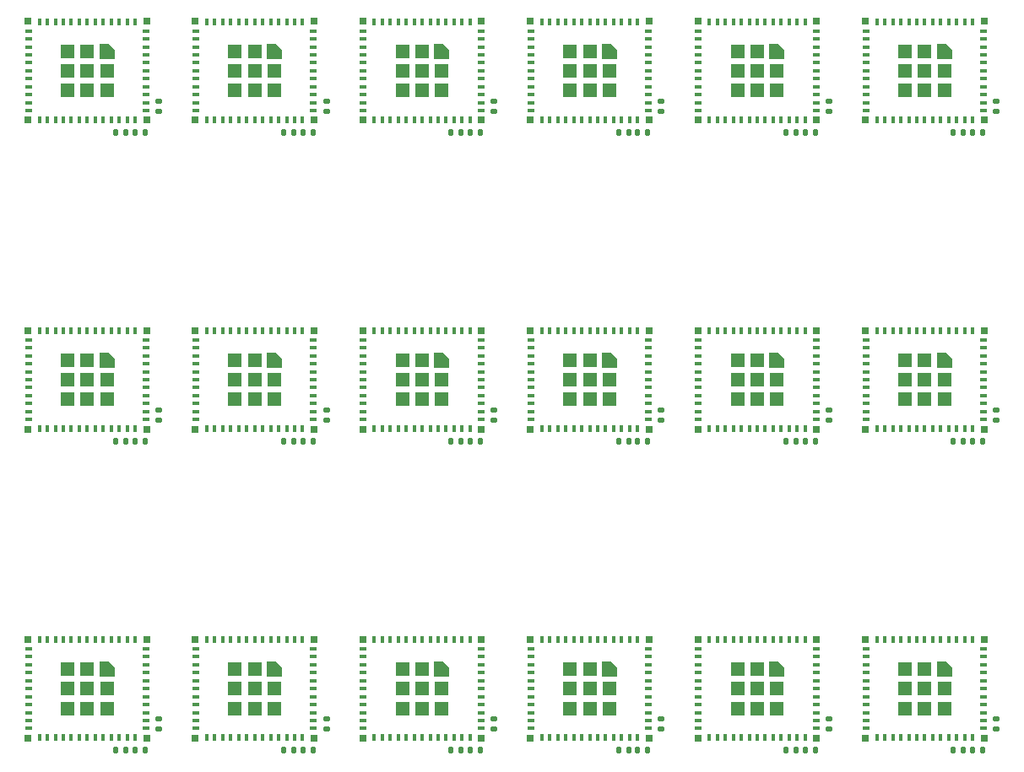
<source format=gbp>
G04 #@! TF.GenerationSoftware,KiCad,Pcbnew,6.0.11-2627ca5db0~126~ubuntu22.04.1*
G04 #@! TF.CreationDate,2023-04-06T22:24:34+02:00*
G04 #@! TF.ProjectId,panel,70616e65-6c2e-46b6-9963-61645f706362,rev?*
G04 #@! TF.SameCoordinates,Original*
G04 #@! TF.FileFunction,Paste,Bot*
G04 #@! TF.FilePolarity,Positive*
%FSLAX46Y46*%
G04 Gerber Fmt 4.6, Leading zero omitted, Abs format (unit mm)*
G04 Created by KiCad (PCBNEW 6.0.11-2627ca5db0~126~ubuntu22.04.1) date 2023-04-06 22:24:34*
%MOMM*%
%LPD*%
G01*
G04 APERTURE LIST*
G04 Aperture macros list*
%AMRoundRect*
0 Rectangle with rounded corners*
0 $1 Rounding radius*
0 $2 $3 $4 $5 $6 $7 $8 $9 X,Y pos of 4 corners*
0 Add a 4 corners polygon primitive as box body*
4,1,4,$2,$3,$4,$5,$6,$7,$8,$9,$2,$3,0*
0 Add four circle primitives for the rounded corners*
1,1,$1+$1,$2,$3*
1,1,$1+$1,$4,$5*
1,1,$1+$1,$6,$7*
1,1,$1+$1,$8,$9*
0 Add four rect primitives between the rounded corners*
20,1,$1+$1,$2,$3,$4,$5,0*
20,1,$1+$1,$4,$5,$6,$7,0*
20,1,$1+$1,$6,$7,$8,$9,0*
20,1,$1+$1,$8,$9,$2,$3,0*%
%AMOutline5P*
0 Free polygon, 5 corners , with rotation*
0 The origin of the aperture is its center*
0 number of corners: always 5*
0 $1 to $10 corner X, Y*
0 $11 Rotation angle, in degrees counterclockwise*
0 create outline with 5 corners*
4,1,5,$1,$2,$3,$4,$5,$6,$7,$8,$9,$10,$1,$2,$11*%
%AMOutline6P*
0 Free polygon, 6 corners , with rotation*
0 The origin of the aperture is its center*
0 number of corners: always 6*
0 $1 to $12 corner X, Y*
0 $13 Rotation angle, in degrees counterclockwise*
0 create outline with 6 corners*
4,1,6,$1,$2,$3,$4,$5,$6,$7,$8,$9,$10,$11,$12,$1,$2,$13*%
%AMOutline7P*
0 Free polygon, 7 corners , with rotation*
0 The origin of the aperture is its center*
0 number of corners: always 7*
0 $1 to $14 corner X, Y*
0 $15 Rotation angle, in degrees counterclockwise*
0 create outline with 7 corners*
4,1,7,$1,$2,$3,$4,$5,$6,$7,$8,$9,$10,$11,$12,$13,$14,$1,$2,$15*%
%AMOutline8P*
0 Free polygon, 8 corners , with rotation*
0 The origin of the aperture is its center*
0 number of corners: always 8*
0 $1 to $16 corner X, Y*
0 $17 Rotation angle, in degrees counterclockwise*
0 create outline with 8 corners*
4,1,8,$1,$2,$3,$4,$5,$6,$7,$8,$9,$10,$11,$12,$13,$14,$15,$16,$1,$2,$17*%
G04 Aperture macros list end*
%ADD10RoundRect,0.135000X-0.135000X-0.185000X0.135000X-0.185000X0.135000X0.185000X-0.135000X0.185000X0*%
%ADD11R,0.800000X0.400000*%
%ADD12R,0.400000X0.800000*%
%ADD13R,1.450000X1.450000*%
%ADD14Outline5P,-0.725000X0.725000X0.725000X0.725000X0.725000X-0.725000X-0.125004X-0.725000X-0.725000X-0.125004X180.000000*%
%ADD15R,0.700000X0.700000*%
%ADD16RoundRect,0.135000X0.135000X0.185000X-0.135000X0.185000X-0.135000X-0.185000X0.135000X-0.185000X0*%
%ADD17RoundRect,0.135000X0.185000X-0.135000X0.185000X0.135000X-0.185000X0.135000X-0.185000X-0.135000X0*%
G04 APERTURE END LIST*
D10*
G04 #@! TO.C,R9*
X77980000Y-52340000D03*
X79000000Y-52340000D03*
G04 #@! TD*
G04 #@! TO.C,R9*
X94780000Y-52340000D03*
X95800000Y-52340000D03*
G04 #@! TD*
G04 #@! TO.C,R9*
X77980000Y-21340000D03*
X79000000Y-21340000D03*
G04 #@! TD*
G04 #@! TO.C,R9*
X44380000Y-83340000D03*
X45400000Y-83340000D03*
G04 #@! TD*
D11*
G04 #@! TO.C,U2*
X64200000Y-42140000D03*
X64200000Y-42940000D03*
X64200000Y-43740000D03*
X64200000Y-44540000D03*
X64200000Y-45340000D03*
X64200000Y-46140000D03*
X64200000Y-46940000D03*
X64200000Y-47740000D03*
X64200000Y-48540000D03*
X64200000Y-49340000D03*
X64200000Y-50140000D03*
D12*
X63100000Y-51040000D03*
X62300000Y-51040000D03*
X61500000Y-51040000D03*
X60700000Y-51040000D03*
X59900000Y-51040000D03*
X59100000Y-51040000D03*
X58300000Y-51040000D03*
X57500000Y-51040000D03*
X56700000Y-51040000D03*
X55900000Y-51040000D03*
X55100000Y-51040000D03*
X54300000Y-51040000D03*
X53500000Y-51040000D03*
D11*
X52400000Y-50140000D03*
X52400000Y-49340000D03*
X52400000Y-48540000D03*
X52400000Y-47740000D03*
X52400000Y-46940000D03*
X52400000Y-46140000D03*
X52400000Y-45340000D03*
X52400000Y-44540000D03*
X52400000Y-43740000D03*
X52400000Y-42940000D03*
X52400000Y-42140000D03*
D12*
X53500000Y-41240000D03*
X54300000Y-41240000D03*
X55100000Y-41240000D03*
X55900000Y-41240000D03*
X56700000Y-41240000D03*
X57500000Y-41240000D03*
X58300000Y-41240000D03*
X59100000Y-41240000D03*
X59900000Y-41240000D03*
X60700000Y-41240000D03*
X61500000Y-41240000D03*
X62300000Y-41240000D03*
X63100000Y-41240000D03*
D13*
X58300000Y-48115000D03*
X56325000Y-48115000D03*
X60275000Y-46140000D03*
X60275000Y-48115000D03*
X58300000Y-44165000D03*
X58300000Y-46140000D03*
D14*
X60275000Y-44165000D03*
D13*
X56325000Y-44165000D03*
X56325000Y-46140000D03*
D15*
X52350000Y-41190000D03*
X52350000Y-51090000D03*
X64250000Y-51090000D03*
X64250000Y-41190000D03*
G04 #@! TD*
D16*
G04 #@! TO.C,R8*
X13730000Y-21340000D03*
X12710000Y-21340000D03*
G04 #@! TD*
D11*
G04 #@! TO.C,U2*
X97800000Y-11140000D03*
X97800000Y-11940000D03*
X97800000Y-12740000D03*
X97800000Y-13540000D03*
X97800000Y-14340000D03*
X97800000Y-15140000D03*
X97800000Y-15940000D03*
X97800000Y-16740000D03*
X97800000Y-17540000D03*
X97800000Y-18340000D03*
X97800000Y-19140000D03*
D12*
X96700000Y-20040000D03*
X95900000Y-20040000D03*
X95100000Y-20040000D03*
X94300000Y-20040000D03*
X93500000Y-20040000D03*
X92700000Y-20040000D03*
X91900000Y-20040000D03*
X91100000Y-20040000D03*
X90300000Y-20040000D03*
X89500000Y-20040000D03*
X88700000Y-20040000D03*
X87900000Y-20040000D03*
X87100000Y-20040000D03*
D11*
X86000000Y-19140000D03*
X86000000Y-18340000D03*
X86000000Y-17540000D03*
X86000000Y-16740000D03*
X86000000Y-15940000D03*
X86000000Y-15140000D03*
X86000000Y-14340000D03*
X86000000Y-13540000D03*
X86000000Y-12740000D03*
X86000000Y-11940000D03*
X86000000Y-11140000D03*
D12*
X87100000Y-10240000D03*
X87900000Y-10240000D03*
X88700000Y-10240000D03*
X89500000Y-10240000D03*
X90300000Y-10240000D03*
X91100000Y-10240000D03*
X91900000Y-10240000D03*
X92700000Y-10240000D03*
X93500000Y-10240000D03*
X94300000Y-10240000D03*
X95100000Y-10240000D03*
X95900000Y-10240000D03*
X96700000Y-10240000D03*
D13*
X89925000Y-15140000D03*
X91900000Y-13165000D03*
X93875000Y-15140000D03*
X89925000Y-13165000D03*
X91900000Y-15140000D03*
D14*
X93875000Y-13165000D03*
D13*
X93875000Y-17115000D03*
X91900000Y-17115000D03*
X89925000Y-17115000D03*
D15*
X85950000Y-10190000D03*
X85950000Y-20090000D03*
X97850000Y-20090000D03*
X97850000Y-10190000D03*
G04 #@! TD*
D10*
G04 #@! TO.C,R9*
X10780000Y-21340000D03*
X11800000Y-21340000D03*
G04 #@! TD*
D11*
G04 #@! TO.C,U2*
X97800000Y-42140000D03*
X97800000Y-42940000D03*
X97800000Y-43740000D03*
X97800000Y-44540000D03*
X97800000Y-45340000D03*
X97800000Y-46140000D03*
X97800000Y-46940000D03*
X97800000Y-47740000D03*
X97800000Y-48540000D03*
X97800000Y-49340000D03*
X97800000Y-50140000D03*
D12*
X96700000Y-51040000D03*
X95900000Y-51040000D03*
X95100000Y-51040000D03*
X94300000Y-51040000D03*
X93500000Y-51040000D03*
X92700000Y-51040000D03*
X91900000Y-51040000D03*
X91100000Y-51040000D03*
X90300000Y-51040000D03*
X89500000Y-51040000D03*
X88700000Y-51040000D03*
X87900000Y-51040000D03*
X87100000Y-51040000D03*
D11*
X86000000Y-50140000D03*
X86000000Y-49340000D03*
X86000000Y-48540000D03*
X86000000Y-47740000D03*
X86000000Y-46940000D03*
X86000000Y-46140000D03*
X86000000Y-45340000D03*
X86000000Y-44540000D03*
X86000000Y-43740000D03*
X86000000Y-42940000D03*
X86000000Y-42140000D03*
D12*
X87100000Y-41240000D03*
X87900000Y-41240000D03*
X88700000Y-41240000D03*
X89500000Y-41240000D03*
X90300000Y-41240000D03*
X91100000Y-41240000D03*
X91900000Y-41240000D03*
X92700000Y-41240000D03*
X93500000Y-41240000D03*
X94300000Y-41240000D03*
X95100000Y-41240000D03*
X95900000Y-41240000D03*
X96700000Y-41240000D03*
D13*
X91900000Y-46140000D03*
X89925000Y-44165000D03*
X89925000Y-46140000D03*
X93875000Y-48115000D03*
X91900000Y-48115000D03*
X91900000Y-44165000D03*
X89925000Y-48115000D03*
D14*
X93875000Y-44165000D03*
D13*
X93875000Y-46140000D03*
D15*
X85950000Y-41190000D03*
X85950000Y-51090000D03*
X97850000Y-51090000D03*
X97850000Y-41190000D03*
G04 #@! TD*
D17*
G04 #@! TO.C,R14*
X82290000Y-50190000D03*
X82290000Y-49170000D03*
G04 #@! TD*
D11*
G04 #@! TO.C,U2*
X30600000Y-11140000D03*
X30600000Y-11940000D03*
X30600000Y-12740000D03*
X30600000Y-13540000D03*
X30600000Y-14340000D03*
X30600000Y-15140000D03*
X30600000Y-15940000D03*
X30600000Y-16740000D03*
X30600000Y-17540000D03*
X30600000Y-18340000D03*
X30600000Y-19140000D03*
D12*
X29500000Y-20040000D03*
X28700000Y-20040000D03*
X27900000Y-20040000D03*
X27100000Y-20040000D03*
X26300000Y-20040000D03*
X25500000Y-20040000D03*
X24700000Y-20040000D03*
X23900000Y-20040000D03*
X23100000Y-20040000D03*
X22300000Y-20040000D03*
X21500000Y-20040000D03*
X20700000Y-20040000D03*
X19900000Y-20040000D03*
D11*
X18800000Y-19140000D03*
X18800000Y-18340000D03*
X18800000Y-17540000D03*
X18800000Y-16740000D03*
X18800000Y-15940000D03*
X18800000Y-15140000D03*
X18800000Y-14340000D03*
X18800000Y-13540000D03*
X18800000Y-12740000D03*
X18800000Y-11940000D03*
X18800000Y-11140000D03*
D12*
X19900000Y-10240000D03*
X20700000Y-10240000D03*
X21500000Y-10240000D03*
X22300000Y-10240000D03*
X23100000Y-10240000D03*
X23900000Y-10240000D03*
X24700000Y-10240000D03*
X25500000Y-10240000D03*
X26300000Y-10240000D03*
X27100000Y-10240000D03*
X27900000Y-10240000D03*
X28700000Y-10240000D03*
X29500000Y-10240000D03*
D13*
X26675000Y-17115000D03*
X26675000Y-15140000D03*
X22725000Y-13165000D03*
X24700000Y-17115000D03*
X22725000Y-17115000D03*
X24700000Y-15140000D03*
X24700000Y-13165000D03*
D14*
X26675000Y-13165000D03*
D13*
X22725000Y-15140000D03*
D15*
X18750000Y-10190000D03*
X18750000Y-20090000D03*
X30650000Y-20090000D03*
X30650000Y-10190000D03*
G04 #@! TD*
D10*
G04 #@! TO.C,R9*
X94780000Y-83340000D03*
X95800000Y-83340000D03*
G04 #@! TD*
D17*
G04 #@! TO.C,R14*
X99090000Y-19190000D03*
X99090000Y-18170000D03*
G04 #@! TD*
D16*
G04 #@! TO.C,R8*
X30530000Y-21340000D03*
X29510000Y-21340000D03*
G04 #@! TD*
D17*
G04 #@! TO.C,R14*
X15090000Y-50190000D03*
X15090000Y-49170000D03*
G04 #@! TD*
D10*
G04 #@! TO.C,R9*
X27580000Y-83340000D03*
X28600000Y-83340000D03*
G04 #@! TD*
G04 #@! TO.C,R9*
X61180000Y-21340000D03*
X62200000Y-21340000D03*
G04 #@! TD*
D11*
G04 #@! TO.C,U2*
X30600000Y-73140000D03*
X30600000Y-73940000D03*
X30600000Y-74740000D03*
X30600000Y-75540000D03*
X30600000Y-76340000D03*
X30600000Y-77140000D03*
X30600000Y-77940000D03*
X30600000Y-78740000D03*
X30600000Y-79540000D03*
X30600000Y-80340000D03*
X30600000Y-81140000D03*
D12*
X29500000Y-82040000D03*
X28700000Y-82040000D03*
X27900000Y-82040000D03*
X27100000Y-82040000D03*
X26300000Y-82040000D03*
X25500000Y-82040000D03*
X24700000Y-82040000D03*
X23900000Y-82040000D03*
X23100000Y-82040000D03*
X22300000Y-82040000D03*
X21500000Y-82040000D03*
X20700000Y-82040000D03*
X19900000Y-82040000D03*
D11*
X18800000Y-81140000D03*
X18800000Y-80340000D03*
X18800000Y-79540000D03*
X18800000Y-78740000D03*
X18800000Y-77940000D03*
X18800000Y-77140000D03*
X18800000Y-76340000D03*
X18800000Y-75540000D03*
X18800000Y-74740000D03*
X18800000Y-73940000D03*
X18800000Y-73140000D03*
D12*
X19900000Y-72240000D03*
X20700000Y-72240000D03*
X21500000Y-72240000D03*
X22300000Y-72240000D03*
X23100000Y-72240000D03*
X23900000Y-72240000D03*
X24700000Y-72240000D03*
X25500000Y-72240000D03*
X26300000Y-72240000D03*
X27100000Y-72240000D03*
X27900000Y-72240000D03*
X28700000Y-72240000D03*
X29500000Y-72240000D03*
D14*
X26675000Y-75165000D03*
D13*
X22725000Y-79115000D03*
X24700000Y-77140000D03*
X26675000Y-77140000D03*
X26675000Y-79115000D03*
X22725000Y-75165000D03*
X24700000Y-79115000D03*
X22725000Y-77140000D03*
X24700000Y-75165000D03*
D15*
X18750000Y-72190000D03*
X18750000Y-82090000D03*
X30650000Y-82090000D03*
X30650000Y-72190000D03*
G04 #@! TD*
D17*
G04 #@! TO.C,R14*
X31890000Y-50190000D03*
X31890000Y-49170000D03*
G04 #@! TD*
G04 #@! TO.C,R14*
X48690000Y-19190000D03*
X48690000Y-18170000D03*
G04 #@! TD*
D11*
G04 #@! TO.C,U2*
X97800000Y-73140000D03*
X97800000Y-73940000D03*
X97800000Y-74740000D03*
X97800000Y-75540000D03*
X97800000Y-76340000D03*
X97800000Y-77140000D03*
X97800000Y-77940000D03*
X97800000Y-78740000D03*
X97800000Y-79540000D03*
X97800000Y-80340000D03*
X97800000Y-81140000D03*
D12*
X96700000Y-82040000D03*
X95900000Y-82040000D03*
X95100000Y-82040000D03*
X94300000Y-82040000D03*
X93500000Y-82040000D03*
X92700000Y-82040000D03*
X91900000Y-82040000D03*
X91100000Y-82040000D03*
X90300000Y-82040000D03*
X89500000Y-82040000D03*
X88700000Y-82040000D03*
X87900000Y-82040000D03*
X87100000Y-82040000D03*
D11*
X86000000Y-81140000D03*
X86000000Y-80340000D03*
X86000000Y-79540000D03*
X86000000Y-78740000D03*
X86000000Y-77940000D03*
X86000000Y-77140000D03*
X86000000Y-76340000D03*
X86000000Y-75540000D03*
X86000000Y-74740000D03*
X86000000Y-73940000D03*
X86000000Y-73140000D03*
D12*
X87100000Y-72240000D03*
X87900000Y-72240000D03*
X88700000Y-72240000D03*
X89500000Y-72240000D03*
X90300000Y-72240000D03*
X91100000Y-72240000D03*
X91900000Y-72240000D03*
X92700000Y-72240000D03*
X93500000Y-72240000D03*
X94300000Y-72240000D03*
X95100000Y-72240000D03*
X95900000Y-72240000D03*
X96700000Y-72240000D03*
D13*
X89925000Y-79115000D03*
X91900000Y-75165000D03*
X91900000Y-77140000D03*
X91900000Y-79115000D03*
X89925000Y-77140000D03*
X93875000Y-79115000D03*
X89925000Y-75165000D03*
X93875000Y-77140000D03*
D14*
X93875000Y-75165000D03*
D15*
X85950000Y-72190000D03*
X85950000Y-82090000D03*
X97850000Y-82090000D03*
X97850000Y-72190000D03*
G04 #@! TD*
D17*
G04 #@! TO.C,R14*
X48690000Y-50190000D03*
X48690000Y-49170000D03*
G04 #@! TD*
D16*
G04 #@! TO.C,R8*
X30530000Y-52340000D03*
X29510000Y-52340000D03*
G04 #@! TD*
D17*
G04 #@! TO.C,R14*
X99090000Y-50190000D03*
X99090000Y-49170000D03*
G04 #@! TD*
D10*
G04 #@! TO.C,R9*
X10780000Y-52340000D03*
X11800000Y-52340000D03*
G04 #@! TD*
D11*
G04 #@! TO.C,U2*
X47400000Y-42140000D03*
X47400000Y-42940000D03*
X47400000Y-43740000D03*
X47400000Y-44540000D03*
X47400000Y-45340000D03*
X47400000Y-46140000D03*
X47400000Y-46940000D03*
X47400000Y-47740000D03*
X47400000Y-48540000D03*
X47400000Y-49340000D03*
X47400000Y-50140000D03*
D12*
X46300000Y-51040000D03*
X45500000Y-51040000D03*
X44700000Y-51040000D03*
X43900000Y-51040000D03*
X43100000Y-51040000D03*
X42300000Y-51040000D03*
X41500000Y-51040000D03*
X40700000Y-51040000D03*
X39900000Y-51040000D03*
X39100000Y-51040000D03*
X38300000Y-51040000D03*
X37500000Y-51040000D03*
X36700000Y-51040000D03*
D11*
X35600000Y-50140000D03*
X35600000Y-49340000D03*
X35600000Y-48540000D03*
X35600000Y-47740000D03*
X35600000Y-46940000D03*
X35600000Y-46140000D03*
X35600000Y-45340000D03*
X35600000Y-44540000D03*
X35600000Y-43740000D03*
X35600000Y-42940000D03*
X35600000Y-42140000D03*
D12*
X36700000Y-41240000D03*
X37500000Y-41240000D03*
X38300000Y-41240000D03*
X39100000Y-41240000D03*
X39900000Y-41240000D03*
X40700000Y-41240000D03*
X41500000Y-41240000D03*
X42300000Y-41240000D03*
X43100000Y-41240000D03*
X43900000Y-41240000D03*
X44700000Y-41240000D03*
X45500000Y-41240000D03*
X46300000Y-41240000D03*
D13*
X43475000Y-46140000D03*
D14*
X43475000Y-44165000D03*
D13*
X41500000Y-44165000D03*
X41500000Y-48115000D03*
X39525000Y-46140000D03*
X43475000Y-48115000D03*
X39525000Y-44165000D03*
X39525000Y-48115000D03*
X41500000Y-46140000D03*
D15*
X35550000Y-41190000D03*
X35550000Y-51090000D03*
X47450000Y-51090000D03*
X47450000Y-41190000D03*
G04 #@! TD*
D11*
G04 #@! TO.C,U2*
X81000000Y-73140000D03*
X81000000Y-73940000D03*
X81000000Y-74740000D03*
X81000000Y-75540000D03*
X81000000Y-76340000D03*
X81000000Y-77140000D03*
X81000000Y-77940000D03*
X81000000Y-78740000D03*
X81000000Y-79540000D03*
X81000000Y-80340000D03*
X81000000Y-81140000D03*
D12*
X79900000Y-82040000D03*
X79100000Y-82040000D03*
X78300000Y-82040000D03*
X77500000Y-82040000D03*
X76700000Y-82040000D03*
X75900000Y-82040000D03*
X75100000Y-82040000D03*
X74300000Y-82040000D03*
X73500000Y-82040000D03*
X72700000Y-82040000D03*
X71900000Y-82040000D03*
X71100000Y-82040000D03*
X70300000Y-82040000D03*
D11*
X69200000Y-81140000D03*
X69200000Y-80340000D03*
X69200000Y-79540000D03*
X69200000Y-78740000D03*
X69200000Y-77940000D03*
X69200000Y-77140000D03*
X69200000Y-76340000D03*
X69200000Y-75540000D03*
X69200000Y-74740000D03*
X69200000Y-73940000D03*
X69200000Y-73140000D03*
D12*
X70300000Y-72240000D03*
X71100000Y-72240000D03*
X71900000Y-72240000D03*
X72700000Y-72240000D03*
X73500000Y-72240000D03*
X74300000Y-72240000D03*
X75100000Y-72240000D03*
X75900000Y-72240000D03*
X76700000Y-72240000D03*
X77500000Y-72240000D03*
X78300000Y-72240000D03*
X79100000Y-72240000D03*
X79900000Y-72240000D03*
D13*
X77075000Y-77140000D03*
X73125000Y-75165000D03*
X73125000Y-77140000D03*
X75100000Y-75165000D03*
X77075000Y-79115000D03*
X75100000Y-77140000D03*
X75100000Y-79115000D03*
X73125000Y-79115000D03*
D14*
X77075000Y-75165000D03*
D15*
X69150000Y-72190000D03*
X69150000Y-82090000D03*
X81050000Y-82090000D03*
X81050000Y-72190000D03*
G04 #@! TD*
D11*
G04 #@! TO.C,U2*
X81000000Y-11140000D03*
X81000000Y-11940000D03*
X81000000Y-12740000D03*
X81000000Y-13540000D03*
X81000000Y-14340000D03*
X81000000Y-15140000D03*
X81000000Y-15940000D03*
X81000000Y-16740000D03*
X81000000Y-17540000D03*
X81000000Y-18340000D03*
X81000000Y-19140000D03*
D12*
X79900000Y-20040000D03*
X79100000Y-20040000D03*
X78300000Y-20040000D03*
X77500000Y-20040000D03*
X76700000Y-20040000D03*
X75900000Y-20040000D03*
X75100000Y-20040000D03*
X74300000Y-20040000D03*
X73500000Y-20040000D03*
X72700000Y-20040000D03*
X71900000Y-20040000D03*
X71100000Y-20040000D03*
X70300000Y-20040000D03*
D11*
X69200000Y-19140000D03*
X69200000Y-18340000D03*
X69200000Y-17540000D03*
X69200000Y-16740000D03*
X69200000Y-15940000D03*
X69200000Y-15140000D03*
X69200000Y-14340000D03*
X69200000Y-13540000D03*
X69200000Y-12740000D03*
X69200000Y-11940000D03*
X69200000Y-11140000D03*
D12*
X70300000Y-10240000D03*
X71100000Y-10240000D03*
X71900000Y-10240000D03*
X72700000Y-10240000D03*
X73500000Y-10240000D03*
X74300000Y-10240000D03*
X75100000Y-10240000D03*
X75900000Y-10240000D03*
X76700000Y-10240000D03*
X77500000Y-10240000D03*
X78300000Y-10240000D03*
X79100000Y-10240000D03*
X79900000Y-10240000D03*
D13*
X73125000Y-17115000D03*
D14*
X77075000Y-13165000D03*
D13*
X77075000Y-17115000D03*
X75100000Y-15140000D03*
X75100000Y-13165000D03*
X73125000Y-13165000D03*
X77075000Y-15140000D03*
X73125000Y-15140000D03*
X75100000Y-17115000D03*
D15*
X69150000Y-10190000D03*
X69150000Y-20090000D03*
X81050000Y-20090000D03*
X81050000Y-10190000D03*
G04 #@! TD*
D17*
G04 #@! TO.C,R14*
X65490000Y-19190000D03*
X65490000Y-18170000D03*
G04 #@! TD*
D16*
G04 #@! TO.C,R8*
X47330000Y-83340000D03*
X46310000Y-83340000D03*
G04 #@! TD*
D17*
G04 #@! TO.C,R14*
X65490000Y-50190000D03*
X65490000Y-49170000D03*
G04 #@! TD*
D16*
G04 #@! TO.C,R8*
X47330000Y-52340000D03*
X46310000Y-52340000D03*
G04 #@! TD*
G04 #@! TO.C,R8*
X97730000Y-52340000D03*
X96710000Y-52340000D03*
G04 #@! TD*
D17*
G04 #@! TO.C,R14*
X48690000Y-81190000D03*
X48690000Y-80170000D03*
G04 #@! TD*
D11*
G04 #@! TO.C,U2*
X47400000Y-11140000D03*
X47400000Y-11940000D03*
X47400000Y-12740000D03*
X47400000Y-13540000D03*
X47400000Y-14340000D03*
X47400000Y-15140000D03*
X47400000Y-15940000D03*
X47400000Y-16740000D03*
X47400000Y-17540000D03*
X47400000Y-18340000D03*
X47400000Y-19140000D03*
D12*
X46300000Y-20040000D03*
X45500000Y-20040000D03*
X44700000Y-20040000D03*
X43900000Y-20040000D03*
X43100000Y-20040000D03*
X42300000Y-20040000D03*
X41500000Y-20040000D03*
X40700000Y-20040000D03*
X39900000Y-20040000D03*
X39100000Y-20040000D03*
X38300000Y-20040000D03*
X37500000Y-20040000D03*
X36700000Y-20040000D03*
D11*
X35600000Y-19140000D03*
X35600000Y-18340000D03*
X35600000Y-17540000D03*
X35600000Y-16740000D03*
X35600000Y-15940000D03*
X35600000Y-15140000D03*
X35600000Y-14340000D03*
X35600000Y-13540000D03*
X35600000Y-12740000D03*
X35600000Y-11940000D03*
X35600000Y-11140000D03*
D12*
X36700000Y-10240000D03*
X37500000Y-10240000D03*
X38300000Y-10240000D03*
X39100000Y-10240000D03*
X39900000Y-10240000D03*
X40700000Y-10240000D03*
X41500000Y-10240000D03*
X42300000Y-10240000D03*
X43100000Y-10240000D03*
X43900000Y-10240000D03*
X44700000Y-10240000D03*
X45500000Y-10240000D03*
X46300000Y-10240000D03*
D13*
X41500000Y-17115000D03*
X39525000Y-15140000D03*
X43475000Y-15140000D03*
X39525000Y-17115000D03*
X41500000Y-13165000D03*
D14*
X43475000Y-13165000D03*
D13*
X43475000Y-17115000D03*
X39525000Y-13165000D03*
X41500000Y-15140000D03*
D15*
X35550000Y-10190000D03*
X35550000Y-20090000D03*
X47450000Y-20090000D03*
X47450000Y-10190000D03*
G04 #@! TD*
D16*
G04 #@! TO.C,R8*
X13730000Y-83340000D03*
X12710000Y-83340000D03*
G04 #@! TD*
D17*
G04 #@! TO.C,R14*
X99090000Y-81190000D03*
X99090000Y-80170000D03*
G04 #@! TD*
D11*
G04 #@! TO.C,U2*
X13800000Y-42140000D03*
X13800000Y-42940000D03*
X13800000Y-43740000D03*
X13800000Y-44540000D03*
X13800000Y-45340000D03*
X13800000Y-46140000D03*
X13800000Y-46940000D03*
X13800000Y-47740000D03*
X13800000Y-48540000D03*
X13800000Y-49340000D03*
X13800000Y-50140000D03*
D12*
X12700000Y-51040000D03*
X11900000Y-51040000D03*
X11100000Y-51040000D03*
X10300000Y-51040000D03*
X9500000Y-51040000D03*
X8700000Y-51040000D03*
X7900000Y-51040000D03*
X7100000Y-51040000D03*
X6300000Y-51040000D03*
X5500000Y-51040000D03*
X4700000Y-51040000D03*
X3900000Y-51040000D03*
X3100000Y-51040000D03*
D11*
X2000000Y-50140000D03*
X2000000Y-49340000D03*
X2000000Y-48540000D03*
X2000000Y-47740000D03*
X2000000Y-46940000D03*
X2000000Y-46140000D03*
X2000000Y-45340000D03*
X2000000Y-44540000D03*
X2000000Y-43740000D03*
X2000000Y-42940000D03*
X2000000Y-42140000D03*
D12*
X3100000Y-41240000D03*
X3900000Y-41240000D03*
X4700000Y-41240000D03*
X5500000Y-41240000D03*
X6300000Y-41240000D03*
X7100000Y-41240000D03*
X7900000Y-41240000D03*
X8700000Y-41240000D03*
X9500000Y-41240000D03*
X10300000Y-41240000D03*
X11100000Y-41240000D03*
X11900000Y-41240000D03*
X12700000Y-41240000D03*
D14*
X9875000Y-44165000D03*
D13*
X7900000Y-46140000D03*
X5925000Y-46140000D03*
X5925000Y-48115000D03*
X9875000Y-46140000D03*
X9875000Y-48115000D03*
X7900000Y-48115000D03*
X7900000Y-44165000D03*
X5925000Y-44165000D03*
D15*
X1950000Y-41190000D03*
X1950000Y-51090000D03*
X13850000Y-51090000D03*
X13850000Y-41190000D03*
G04 #@! TD*
D16*
G04 #@! TO.C,R8*
X80930000Y-21340000D03*
X79910000Y-21340000D03*
G04 #@! TD*
D11*
G04 #@! TO.C,U2*
X64200000Y-73140000D03*
X64200000Y-73940000D03*
X64200000Y-74740000D03*
X64200000Y-75540000D03*
X64200000Y-76340000D03*
X64200000Y-77140000D03*
X64200000Y-77940000D03*
X64200000Y-78740000D03*
X64200000Y-79540000D03*
X64200000Y-80340000D03*
X64200000Y-81140000D03*
D12*
X63100000Y-82040000D03*
X62300000Y-82040000D03*
X61500000Y-82040000D03*
X60700000Y-82040000D03*
X59900000Y-82040000D03*
X59100000Y-82040000D03*
X58300000Y-82040000D03*
X57500000Y-82040000D03*
X56700000Y-82040000D03*
X55900000Y-82040000D03*
X55100000Y-82040000D03*
X54300000Y-82040000D03*
X53500000Y-82040000D03*
D11*
X52400000Y-81140000D03*
X52400000Y-80340000D03*
X52400000Y-79540000D03*
X52400000Y-78740000D03*
X52400000Y-77940000D03*
X52400000Y-77140000D03*
X52400000Y-76340000D03*
X52400000Y-75540000D03*
X52400000Y-74740000D03*
X52400000Y-73940000D03*
X52400000Y-73140000D03*
D12*
X53500000Y-72240000D03*
X54300000Y-72240000D03*
X55100000Y-72240000D03*
X55900000Y-72240000D03*
X56700000Y-72240000D03*
X57500000Y-72240000D03*
X58300000Y-72240000D03*
X59100000Y-72240000D03*
X59900000Y-72240000D03*
X60700000Y-72240000D03*
X61500000Y-72240000D03*
X62300000Y-72240000D03*
X63100000Y-72240000D03*
D13*
X60275000Y-77140000D03*
X58300000Y-79115000D03*
X58300000Y-77140000D03*
D14*
X60275000Y-75165000D03*
D13*
X56325000Y-75165000D03*
X58300000Y-75165000D03*
X56325000Y-77140000D03*
X56325000Y-79115000D03*
X60275000Y-79115000D03*
D15*
X52350000Y-72190000D03*
X52350000Y-82090000D03*
X64250000Y-82090000D03*
X64250000Y-72190000D03*
G04 #@! TD*
D16*
G04 #@! TO.C,R8*
X80930000Y-52340000D03*
X79910000Y-52340000D03*
G04 #@! TD*
G04 #@! TO.C,R8*
X30530000Y-83340000D03*
X29510000Y-83340000D03*
G04 #@! TD*
D17*
G04 #@! TO.C,R14*
X65490000Y-81190000D03*
X65490000Y-80170000D03*
G04 #@! TD*
D16*
G04 #@! TO.C,R8*
X97730000Y-83340000D03*
X96710000Y-83340000D03*
G04 #@! TD*
D11*
G04 #@! TO.C,U2*
X64200000Y-11140000D03*
X64200000Y-11940000D03*
X64200000Y-12740000D03*
X64200000Y-13540000D03*
X64200000Y-14340000D03*
X64200000Y-15140000D03*
X64200000Y-15940000D03*
X64200000Y-16740000D03*
X64200000Y-17540000D03*
X64200000Y-18340000D03*
X64200000Y-19140000D03*
D12*
X63100000Y-20040000D03*
X62300000Y-20040000D03*
X61500000Y-20040000D03*
X60700000Y-20040000D03*
X59900000Y-20040000D03*
X59100000Y-20040000D03*
X58300000Y-20040000D03*
X57500000Y-20040000D03*
X56700000Y-20040000D03*
X55900000Y-20040000D03*
X55100000Y-20040000D03*
X54300000Y-20040000D03*
X53500000Y-20040000D03*
D11*
X52400000Y-19140000D03*
X52400000Y-18340000D03*
X52400000Y-17540000D03*
X52400000Y-16740000D03*
X52400000Y-15940000D03*
X52400000Y-15140000D03*
X52400000Y-14340000D03*
X52400000Y-13540000D03*
X52400000Y-12740000D03*
X52400000Y-11940000D03*
X52400000Y-11140000D03*
D12*
X53500000Y-10240000D03*
X54300000Y-10240000D03*
X55100000Y-10240000D03*
X55900000Y-10240000D03*
X56700000Y-10240000D03*
X57500000Y-10240000D03*
X58300000Y-10240000D03*
X59100000Y-10240000D03*
X59900000Y-10240000D03*
X60700000Y-10240000D03*
X61500000Y-10240000D03*
X62300000Y-10240000D03*
X63100000Y-10240000D03*
D13*
X58300000Y-17115000D03*
X56325000Y-15140000D03*
X56325000Y-17115000D03*
X60275000Y-15140000D03*
X60275000Y-17115000D03*
X56325000Y-13165000D03*
X58300000Y-15140000D03*
D14*
X60275000Y-13165000D03*
D13*
X58300000Y-13165000D03*
D15*
X52350000Y-10190000D03*
X52350000Y-20090000D03*
X64250000Y-20090000D03*
X64250000Y-10190000D03*
G04 #@! TD*
D10*
G04 #@! TO.C,R9*
X61180000Y-83340000D03*
X62200000Y-83340000D03*
G04 #@! TD*
G04 #@! TO.C,R9*
X94780000Y-21340000D03*
X95800000Y-21340000D03*
G04 #@! TD*
G04 #@! TO.C,R9*
X44380000Y-21340000D03*
X45400000Y-21340000D03*
G04 #@! TD*
D16*
G04 #@! TO.C,R8*
X80930000Y-83340000D03*
X79910000Y-83340000D03*
G04 #@! TD*
D17*
G04 #@! TO.C,R14*
X15090000Y-81190000D03*
X15090000Y-80170000D03*
G04 #@! TD*
D16*
G04 #@! TO.C,R8*
X13730000Y-52340000D03*
X12710000Y-52340000D03*
G04 #@! TD*
D17*
G04 #@! TO.C,R14*
X82290000Y-81190000D03*
X82290000Y-80170000D03*
G04 #@! TD*
D16*
G04 #@! TO.C,R8*
X97730000Y-21340000D03*
X96710000Y-21340000D03*
G04 #@! TD*
D10*
G04 #@! TO.C,R9*
X61180000Y-52340000D03*
X62200000Y-52340000D03*
G04 #@! TD*
G04 #@! TO.C,R9*
X27580000Y-52340000D03*
X28600000Y-52340000D03*
G04 #@! TD*
G04 #@! TO.C,R9*
X77980000Y-83340000D03*
X79000000Y-83340000D03*
G04 #@! TD*
D16*
G04 #@! TO.C,R8*
X64130000Y-21340000D03*
X63110000Y-21340000D03*
G04 #@! TD*
D17*
G04 #@! TO.C,R14*
X31890000Y-19190000D03*
X31890000Y-18170000D03*
G04 #@! TD*
D11*
G04 #@! TO.C,U2*
X81000000Y-42140000D03*
X81000000Y-42940000D03*
X81000000Y-43740000D03*
X81000000Y-44540000D03*
X81000000Y-45340000D03*
X81000000Y-46140000D03*
X81000000Y-46940000D03*
X81000000Y-47740000D03*
X81000000Y-48540000D03*
X81000000Y-49340000D03*
X81000000Y-50140000D03*
D12*
X79900000Y-51040000D03*
X79100000Y-51040000D03*
X78300000Y-51040000D03*
X77500000Y-51040000D03*
X76700000Y-51040000D03*
X75900000Y-51040000D03*
X75100000Y-51040000D03*
X74300000Y-51040000D03*
X73500000Y-51040000D03*
X72700000Y-51040000D03*
X71900000Y-51040000D03*
X71100000Y-51040000D03*
X70300000Y-51040000D03*
D11*
X69200000Y-50140000D03*
X69200000Y-49340000D03*
X69200000Y-48540000D03*
X69200000Y-47740000D03*
X69200000Y-46940000D03*
X69200000Y-46140000D03*
X69200000Y-45340000D03*
X69200000Y-44540000D03*
X69200000Y-43740000D03*
X69200000Y-42940000D03*
X69200000Y-42140000D03*
D12*
X70300000Y-41240000D03*
X71100000Y-41240000D03*
X71900000Y-41240000D03*
X72700000Y-41240000D03*
X73500000Y-41240000D03*
X74300000Y-41240000D03*
X75100000Y-41240000D03*
X75900000Y-41240000D03*
X76700000Y-41240000D03*
X77500000Y-41240000D03*
X78300000Y-41240000D03*
X79100000Y-41240000D03*
X79900000Y-41240000D03*
D13*
X77075000Y-46140000D03*
X75100000Y-44165000D03*
D14*
X77075000Y-44165000D03*
D13*
X75100000Y-48115000D03*
X73125000Y-44165000D03*
X77075000Y-48115000D03*
X73125000Y-48115000D03*
X75100000Y-46140000D03*
X73125000Y-46140000D03*
D15*
X69150000Y-41190000D03*
X69150000Y-51090000D03*
X81050000Y-51090000D03*
X81050000Y-41190000D03*
G04 #@! TD*
D16*
G04 #@! TO.C,R8*
X64130000Y-52340000D03*
X63110000Y-52340000D03*
G04 #@! TD*
D11*
G04 #@! TO.C,U2*
X13800000Y-11140000D03*
X13800000Y-11940000D03*
X13800000Y-12740000D03*
X13800000Y-13540000D03*
X13800000Y-14340000D03*
X13800000Y-15140000D03*
X13800000Y-15940000D03*
X13800000Y-16740000D03*
X13800000Y-17540000D03*
X13800000Y-18340000D03*
X13800000Y-19140000D03*
D12*
X12700000Y-20040000D03*
X11900000Y-20040000D03*
X11100000Y-20040000D03*
X10300000Y-20040000D03*
X9500000Y-20040000D03*
X8700000Y-20040000D03*
X7900000Y-20040000D03*
X7100000Y-20040000D03*
X6300000Y-20040000D03*
X5500000Y-20040000D03*
X4700000Y-20040000D03*
X3900000Y-20040000D03*
X3100000Y-20040000D03*
D11*
X2000000Y-19140000D03*
X2000000Y-18340000D03*
X2000000Y-17540000D03*
X2000000Y-16740000D03*
X2000000Y-15940000D03*
X2000000Y-15140000D03*
X2000000Y-14340000D03*
X2000000Y-13540000D03*
X2000000Y-12740000D03*
X2000000Y-11940000D03*
X2000000Y-11140000D03*
D12*
X3100000Y-10240000D03*
X3900000Y-10240000D03*
X4700000Y-10240000D03*
X5500000Y-10240000D03*
X6300000Y-10240000D03*
X7100000Y-10240000D03*
X7900000Y-10240000D03*
X8700000Y-10240000D03*
X9500000Y-10240000D03*
X10300000Y-10240000D03*
X11100000Y-10240000D03*
X11900000Y-10240000D03*
X12700000Y-10240000D03*
D13*
X9875000Y-17115000D03*
X7900000Y-15140000D03*
X7900000Y-13165000D03*
X5925000Y-15140000D03*
D14*
X9875000Y-13165000D03*
D13*
X5925000Y-17115000D03*
X5925000Y-13165000D03*
X9875000Y-15140000D03*
X7900000Y-17115000D03*
D15*
X1950000Y-10190000D03*
X1950000Y-20090000D03*
X13850000Y-20090000D03*
X13850000Y-10190000D03*
G04 #@! TD*
D11*
G04 #@! TO.C,U2*
X47400000Y-73140000D03*
X47400000Y-73940000D03*
X47400000Y-74740000D03*
X47400000Y-75540000D03*
X47400000Y-76340000D03*
X47400000Y-77140000D03*
X47400000Y-77940000D03*
X47400000Y-78740000D03*
X47400000Y-79540000D03*
X47400000Y-80340000D03*
X47400000Y-81140000D03*
D12*
X46300000Y-82040000D03*
X45500000Y-82040000D03*
X44700000Y-82040000D03*
X43900000Y-82040000D03*
X43100000Y-82040000D03*
X42300000Y-82040000D03*
X41500000Y-82040000D03*
X40700000Y-82040000D03*
X39900000Y-82040000D03*
X39100000Y-82040000D03*
X38300000Y-82040000D03*
X37500000Y-82040000D03*
X36700000Y-82040000D03*
D11*
X35600000Y-81140000D03*
X35600000Y-80340000D03*
X35600000Y-79540000D03*
X35600000Y-78740000D03*
X35600000Y-77940000D03*
X35600000Y-77140000D03*
X35600000Y-76340000D03*
X35600000Y-75540000D03*
X35600000Y-74740000D03*
X35600000Y-73940000D03*
X35600000Y-73140000D03*
D12*
X36700000Y-72240000D03*
X37500000Y-72240000D03*
X38300000Y-72240000D03*
X39100000Y-72240000D03*
X39900000Y-72240000D03*
X40700000Y-72240000D03*
X41500000Y-72240000D03*
X42300000Y-72240000D03*
X43100000Y-72240000D03*
X43900000Y-72240000D03*
X44700000Y-72240000D03*
X45500000Y-72240000D03*
X46300000Y-72240000D03*
D13*
X43475000Y-77140000D03*
X41500000Y-77140000D03*
X41500000Y-75165000D03*
X41500000Y-79115000D03*
X39525000Y-75165000D03*
X39525000Y-77140000D03*
X39525000Y-79115000D03*
X43475000Y-79115000D03*
D14*
X43475000Y-75165000D03*
D15*
X35550000Y-72190000D03*
X35550000Y-82090000D03*
X47450000Y-82090000D03*
X47450000Y-72190000D03*
G04 #@! TD*
D10*
G04 #@! TO.C,R9*
X27580000Y-21340000D03*
X28600000Y-21340000D03*
G04 #@! TD*
D11*
G04 #@! TO.C,U2*
X13800000Y-73140000D03*
X13800000Y-73940000D03*
X13800000Y-74740000D03*
X13800000Y-75540000D03*
X13800000Y-76340000D03*
X13800000Y-77140000D03*
X13800000Y-77940000D03*
X13800000Y-78740000D03*
X13800000Y-79540000D03*
X13800000Y-80340000D03*
X13800000Y-81140000D03*
D12*
X12700000Y-82040000D03*
X11900000Y-82040000D03*
X11100000Y-82040000D03*
X10300000Y-82040000D03*
X9500000Y-82040000D03*
X8700000Y-82040000D03*
X7900000Y-82040000D03*
X7100000Y-82040000D03*
X6300000Y-82040000D03*
X5500000Y-82040000D03*
X4700000Y-82040000D03*
X3900000Y-82040000D03*
X3100000Y-82040000D03*
D11*
X2000000Y-81140000D03*
X2000000Y-80340000D03*
X2000000Y-79540000D03*
X2000000Y-78740000D03*
X2000000Y-77940000D03*
X2000000Y-77140000D03*
X2000000Y-76340000D03*
X2000000Y-75540000D03*
X2000000Y-74740000D03*
X2000000Y-73940000D03*
X2000000Y-73140000D03*
D12*
X3100000Y-72240000D03*
X3900000Y-72240000D03*
X4700000Y-72240000D03*
X5500000Y-72240000D03*
X6300000Y-72240000D03*
X7100000Y-72240000D03*
X7900000Y-72240000D03*
X8700000Y-72240000D03*
X9500000Y-72240000D03*
X10300000Y-72240000D03*
X11100000Y-72240000D03*
X11900000Y-72240000D03*
X12700000Y-72240000D03*
D13*
X5925000Y-77140000D03*
X5925000Y-79115000D03*
X7900000Y-77140000D03*
X5925000Y-75165000D03*
X9875000Y-79115000D03*
X9875000Y-77140000D03*
D14*
X9875000Y-75165000D03*
D13*
X7900000Y-75165000D03*
X7900000Y-79115000D03*
D15*
X1950000Y-72190000D03*
X1950000Y-82090000D03*
X13850000Y-82090000D03*
X13850000Y-72190000D03*
G04 #@! TD*
D10*
G04 #@! TO.C,R9*
X44380000Y-52340000D03*
X45400000Y-52340000D03*
G04 #@! TD*
D11*
G04 #@! TO.C,U2*
X30600000Y-42140000D03*
X30600000Y-42940000D03*
X30600000Y-43740000D03*
X30600000Y-44540000D03*
X30600000Y-45340000D03*
X30600000Y-46140000D03*
X30600000Y-46940000D03*
X30600000Y-47740000D03*
X30600000Y-48540000D03*
X30600000Y-49340000D03*
X30600000Y-50140000D03*
D12*
X29500000Y-51040000D03*
X28700000Y-51040000D03*
X27900000Y-51040000D03*
X27100000Y-51040000D03*
X26300000Y-51040000D03*
X25500000Y-51040000D03*
X24700000Y-51040000D03*
X23900000Y-51040000D03*
X23100000Y-51040000D03*
X22300000Y-51040000D03*
X21500000Y-51040000D03*
X20700000Y-51040000D03*
X19900000Y-51040000D03*
D11*
X18800000Y-50140000D03*
X18800000Y-49340000D03*
X18800000Y-48540000D03*
X18800000Y-47740000D03*
X18800000Y-46940000D03*
X18800000Y-46140000D03*
X18800000Y-45340000D03*
X18800000Y-44540000D03*
X18800000Y-43740000D03*
X18800000Y-42940000D03*
X18800000Y-42140000D03*
D12*
X19900000Y-41240000D03*
X20700000Y-41240000D03*
X21500000Y-41240000D03*
X22300000Y-41240000D03*
X23100000Y-41240000D03*
X23900000Y-41240000D03*
X24700000Y-41240000D03*
X25500000Y-41240000D03*
X26300000Y-41240000D03*
X27100000Y-41240000D03*
X27900000Y-41240000D03*
X28700000Y-41240000D03*
X29500000Y-41240000D03*
D13*
X22725000Y-48115000D03*
X26675000Y-48115000D03*
D14*
X26675000Y-44165000D03*
D13*
X26675000Y-46140000D03*
X24700000Y-46140000D03*
X22725000Y-44165000D03*
X24700000Y-44165000D03*
X22725000Y-46140000D03*
X24700000Y-48115000D03*
D15*
X18750000Y-41190000D03*
X18750000Y-51090000D03*
X30650000Y-51090000D03*
X30650000Y-41190000D03*
G04 #@! TD*
D17*
G04 #@! TO.C,R14*
X31890000Y-81190000D03*
X31890000Y-80170000D03*
G04 #@! TD*
D10*
G04 #@! TO.C,R9*
X10780000Y-83340000D03*
X11800000Y-83340000D03*
G04 #@! TD*
D17*
G04 #@! TO.C,R14*
X15090000Y-19190000D03*
X15090000Y-18170000D03*
G04 #@! TD*
D16*
G04 #@! TO.C,R8*
X64130000Y-83340000D03*
X63110000Y-83340000D03*
G04 #@! TD*
D17*
G04 #@! TO.C,R14*
X82290000Y-19190000D03*
X82290000Y-18170000D03*
G04 #@! TD*
D16*
G04 #@! TO.C,R8*
X47330000Y-21340000D03*
X46310000Y-21340000D03*
G04 #@! TD*
M02*

</source>
